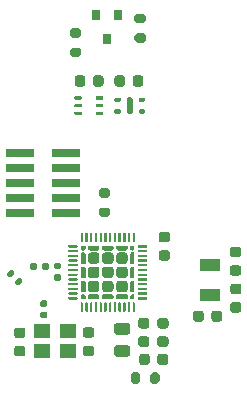
<source format=gtp>
G04 #@! TF.GenerationSoftware,KiCad,Pcbnew,5.1.10*
G04 #@! TF.CreationDate,2021-11-09T15:36:01+02:00*
G04 #@! TF.ProjectId,PlantBuddy,506c616e-7442-4756-9464-792e6b696361,rev?*
G04 #@! TF.SameCoordinates,Original*
G04 #@! TF.FileFunction,Paste,Top*
G04 #@! TF.FilePolarity,Positive*
%FSLAX46Y46*%
G04 Gerber Fmt 4.6, Leading zero omitted, Abs format (unit mm)*
G04 Created by KiCad (PCBNEW 5.1.10) date 2021-11-09 15:36:01*
%MOMM*%
%LPD*%
G01*
G04 APERTURE LIST*
%ADD10R,2.400000X0.740000*%
%ADD11R,0.800000X0.900000*%
%ADD12C,0.100000*%
%ADD13R,1.400000X1.200000*%
%ADD14R,1.800000X1.000000*%
G04 APERTURE END LIST*
G36*
G01*
X63200080Y-51052171D02*
X62650080Y-51052171D01*
G75*
G02*
X62450080Y-50852171I0J200000D01*
G01*
X62450080Y-50452171D01*
G75*
G02*
X62650080Y-50252171I200000J0D01*
G01*
X63200080Y-50252171D01*
G75*
G02*
X63400080Y-50452171I0J-200000D01*
G01*
X63400080Y-50852171D01*
G75*
G02*
X63200080Y-51052171I-200000J0D01*
G01*
G37*
G36*
G01*
X63200080Y-52702171D02*
X62650080Y-52702171D01*
G75*
G02*
X62450080Y-52502171I0J200000D01*
G01*
X62450080Y-52102171D01*
G75*
G02*
X62650080Y-51902171I200000J0D01*
G01*
X63200080Y-51902171D01*
G75*
G02*
X63400080Y-52102171I0J-200000D01*
G01*
X63400080Y-52502171D01*
G75*
G02*
X63200080Y-52702171I-200000J0D01*
G01*
G37*
G36*
G01*
X60402680Y-73857771D02*
X60062680Y-73857771D01*
G75*
G02*
X59922680Y-73717771I0J140000D01*
G01*
X59922680Y-73437771D01*
G75*
G02*
X60062680Y-73297771I140000J0D01*
G01*
X60402680Y-73297771D01*
G75*
G02*
X60542680Y-73437771I0J-140000D01*
G01*
X60542680Y-73717771D01*
G75*
G02*
X60402680Y-73857771I-140000J0D01*
G01*
G37*
G36*
G01*
X60402680Y-74817771D02*
X60062680Y-74817771D01*
G75*
G02*
X59922680Y-74677771I0J140000D01*
G01*
X59922680Y-74397771D01*
G75*
G02*
X60062680Y-74257771I140000J0D01*
G01*
X60402680Y-74257771D01*
G75*
G02*
X60542680Y-74397771I0J-140000D01*
G01*
X60542680Y-74677771D01*
G75*
G02*
X60402680Y-74817771I-140000J0D01*
G01*
G37*
G36*
G01*
X62843600Y-54976400D02*
X62843600Y-54476400D01*
G75*
G02*
X63068600Y-54251400I225000J0D01*
G01*
X63518600Y-54251400D01*
G75*
G02*
X63743600Y-54476400I0J-225000D01*
G01*
X63743600Y-54976400D01*
G75*
G02*
X63518600Y-55201400I-225000J0D01*
G01*
X63068600Y-55201400D01*
G75*
G02*
X62843600Y-54976400I0J225000D01*
G01*
G37*
G36*
G01*
X64393600Y-54976400D02*
X64393600Y-54476400D01*
G75*
G02*
X64618600Y-54251400I225000J0D01*
G01*
X65068600Y-54251400D01*
G75*
G02*
X65293600Y-54476400I0J-225000D01*
G01*
X65293600Y-54976400D01*
G75*
G02*
X65068600Y-55201400I-225000J0D01*
G01*
X64618600Y-55201400D01*
G75*
G02*
X64393600Y-54976400I0J225000D01*
G01*
G37*
G36*
G01*
X70754080Y-78049571D02*
X70754080Y-78549571D01*
G75*
G02*
X70529080Y-78774571I-225000J0D01*
G01*
X70079080Y-78774571D01*
G75*
G02*
X69854080Y-78549571I0J225000D01*
G01*
X69854080Y-78049571D01*
G75*
G02*
X70079080Y-77824571I225000J0D01*
G01*
X70529080Y-77824571D01*
G75*
G02*
X70754080Y-78049571I0J-225000D01*
G01*
G37*
G36*
G01*
X69204080Y-78049571D02*
X69204080Y-78549571D01*
G75*
G02*
X68979080Y-78774571I-225000J0D01*
G01*
X68529080Y-78774571D01*
G75*
G02*
X68304080Y-78549571I0J225000D01*
G01*
X68304080Y-78049571D01*
G75*
G02*
X68529080Y-77824571I225000J0D01*
G01*
X68979080Y-77824571D01*
G75*
G02*
X69204080Y-78049571I0J-225000D01*
G01*
G37*
G36*
G01*
X70066480Y-74788571D02*
X70566480Y-74788571D01*
G75*
G02*
X70791480Y-75013571I0J-225000D01*
G01*
X70791480Y-75463571D01*
G75*
G02*
X70566480Y-75688571I-225000J0D01*
G01*
X70066480Y-75688571D01*
G75*
G02*
X69841480Y-75463571I0J225000D01*
G01*
X69841480Y-75013571D01*
G75*
G02*
X70066480Y-74788571I225000J0D01*
G01*
G37*
G36*
G01*
X70066480Y-76338571D02*
X70566480Y-76338571D01*
G75*
G02*
X70791480Y-76563571I0J-225000D01*
G01*
X70791480Y-77013571D01*
G75*
G02*
X70566480Y-77238571I-225000J0D01*
G01*
X70066480Y-77238571D01*
G75*
G02*
X69841480Y-77013571I0J225000D01*
G01*
X69841480Y-76563571D01*
G75*
G02*
X70066480Y-76338571I225000J0D01*
G01*
G37*
G36*
G01*
X76238680Y-71892971D02*
X76738680Y-71892971D01*
G75*
G02*
X76963680Y-72117971I0J-225000D01*
G01*
X76963680Y-72567971D01*
G75*
G02*
X76738680Y-72792971I-225000J0D01*
G01*
X76238680Y-72792971D01*
G75*
G02*
X76013680Y-72567971I0J225000D01*
G01*
X76013680Y-72117971D01*
G75*
G02*
X76238680Y-71892971I225000J0D01*
G01*
G37*
G36*
G01*
X76238680Y-73442971D02*
X76738680Y-73442971D01*
G75*
G02*
X76963680Y-73667971I0J-225000D01*
G01*
X76963680Y-74117971D01*
G75*
G02*
X76738680Y-74342971I-225000J0D01*
G01*
X76238680Y-74342971D01*
G75*
G02*
X76013680Y-74117971I0J225000D01*
G01*
X76013680Y-73667971D01*
G75*
G02*
X76238680Y-73442971I225000J0D01*
G01*
G37*
G36*
G01*
X76713280Y-71218771D02*
X76213280Y-71218771D01*
G75*
G02*
X75988280Y-70993771I0J225000D01*
G01*
X75988280Y-70543771D01*
G75*
G02*
X76213280Y-70318771I225000J0D01*
G01*
X76713280Y-70318771D01*
G75*
G02*
X76938280Y-70543771I0J-225000D01*
G01*
X76938280Y-70993771D01*
G75*
G02*
X76713280Y-71218771I-225000J0D01*
G01*
G37*
G36*
G01*
X76713280Y-69668771D02*
X76213280Y-69668771D01*
G75*
G02*
X75988280Y-69443771I0J225000D01*
G01*
X75988280Y-68993771D01*
G75*
G02*
X76213280Y-68768771I225000J0D01*
G01*
X76713280Y-68768771D01*
G75*
G02*
X76938280Y-68993771I0J-225000D01*
G01*
X76938280Y-69443771D01*
G75*
G02*
X76713280Y-69668771I-225000J0D01*
G01*
G37*
G36*
G01*
X68440880Y-74788571D02*
X68940880Y-74788571D01*
G75*
G02*
X69165880Y-75013571I0J-225000D01*
G01*
X69165880Y-75463571D01*
G75*
G02*
X68940880Y-75688571I-225000J0D01*
G01*
X68440880Y-75688571D01*
G75*
G02*
X68215880Y-75463571I0J225000D01*
G01*
X68215880Y-75013571D01*
G75*
G02*
X68440880Y-74788571I225000J0D01*
G01*
G37*
G36*
G01*
X68440880Y-76338571D02*
X68940880Y-76338571D01*
G75*
G02*
X69165880Y-76563571I0J-225000D01*
G01*
X69165880Y-77013571D01*
G75*
G02*
X68940880Y-77238571I-225000J0D01*
G01*
X68440880Y-77238571D01*
G75*
G02*
X68215880Y-77013571I0J225000D01*
G01*
X68215880Y-76563571D01*
G75*
G02*
X68440880Y-76338571I225000J0D01*
G01*
G37*
G36*
G01*
X57950680Y-75601371D02*
X58450680Y-75601371D01*
G75*
G02*
X58675680Y-75826371I0J-225000D01*
G01*
X58675680Y-76276371D01*
G75*
G02*
X58450680Y-76501371I-225000J0D01*
G01*
X57950680Y-76501371D01*
G75*
G02*
X57725680Y-76276371I0J225000D01*
G01*
X57725680Y-75826371D01*
G75*
G02*
X57950680Y-75601371I225000J0D01*
G01*
G37*
G36*
G01*
X57950680Y-77151371D02*
X58450680Y-77151371D01*
G75*
G02*
X58675680Y-77376371I0J-225000D01*
G01*
X58675680Y-77826371D01*
G75*
G02*
X58450680Y-78051371I-225000J0D01*
G01*
X57950680Y-78051371D01*
G75*
G02*
X57725680Y-77826371I0J225000D01*
G01*
X57725680Y-77376371D01*
G75*
G02*
X57950680Y-77151371I225000J0D01*
G01*
G37*
G36*
G01*
X70193480Y-67498771D02*
X70693480Y-67498771D01*
G75*
G02*
X70918480Y-67723771I0J-225000D01*
G01*
X70918480Y-68173771D01*
G75*
G02*
X70693480Y-68398771I-225000J0D01*
G01*
X70193480Y-68398771D01*
G75*
G02*
X69968480Y-68173771I0J225000D01*
G01*
X69968480Y-67723771D01*
G75*
G02*
X70193480Y-67498771I225000J0D01*
G01*
G37*
G36*
G01*
X70193480Y-69048771D02*
X70693480Y-69048771D01*
G75*
G02*
X70918480Y-69273771I0J-225000D01*
G01*
X70918480Y-69723771D01*
G75*
G02*
X70693480Y-69948771I-225000J0D01*
G01*
X70193480Y-69948771D01*
G75*
G02*
X69968480Y-69723771I0J225000D01*
G01*
X69968480Y-69273771D01*
G75*
G02*
X70193480Y-69048771I225000J0D01*
G01*
G37*
G36*
G01*
X64267280Y-78025971D02*
X63767280Y-78025971D01*
G75*
G02*
X63542280Y-77800971I0J225000D01*
G01*
X63542280Y-77350971D01*
G75*
G02*
X63767280Y-77125971I225000J0D01*
G01*
X64267280Y-77125971D01*
G75*
G02*
X64492280Y-77350971I0J-225000D01*
G01*
X64492280Y-77800971D01*
G75*
G02*
X64267280Y-78025971I-225000J0D01*
G01*
G37*
G36*
G01*
X64267280Y-76475971D02*
X63767280Y-76475971D01*
G75*
G02*
X63542280Y-76250971I0J225000D01*
G01*
X63542280Y-75800971D01*
G75*
G02*
X63767280Y-75575971I225000J0D01*
G01*
X64267280Y-75575971D01*
G75*
G02*
X64492280Y-75800971I0J-225000D01*
G01*
X64492280Y-76250971D01*
G75*
G02*
X64267280Y-76475971I-225000J0D01*
G01*
G37*
G36*
G01*
X75326080Y-74391971D02*
X75326080Y-74891971D01*
G75*
G02*
X75101080Y-75116971I-225000J0D01*
G01*
X74651080Y-75116971D01*
G75*
G02*
X74426080Y-74891971I0J225000D01*
G01*
X74426080Y-74391971D01*
G75*
G02*
X74651080Y-74166971I225000J0D01*
G01*
X75101080Y-74166971D01*
G75*
G02*
X75326080Y-74391971I0J-225000D01*
G01*
G37*
G36*
G01*
X73776080Y-74391971D02*
X73776080Y-74891971D01*
G75*
G02*
X73551080Y-75116971I-225000J0D01*
G01*
X73101080Y-75116971D01*
G75*
G02*
X72876080Y-74891971I0J225000D01*
G01*
X72876080Y-74391971D01*
G75*
G02*
X73101080Y-74166971I225000J0D01*
G01*
X73551080Y-74166971D01*
G75*
G02*
X73776080Y-74391971I0J-225000D01*
G01*
G37*
G36*
G01*
X66209100Y-54978371D02*
X66209100Y-54478371D01*
G75*
G02*
X66434100Y-54253371I225000J0D01*
G01*
X66884100Y-54253371D01*
G75*
G02*
X67109100Y-54478371I0J-225000D01*
G01*
X67109100Y-54978371D01*
G75*
G02*
X66884100Y-55203371I-225000J0D01*
G01*
X66434100Y-55203371D01*
G75*
G02*
X66209100Y-54978371I0J225000D01*
G01*
G37*
G36*
G01*
X67759100Y-54978371D02*
X67759100Y-54478371D01*
G75*
G02*
X67984100Y-54253371I225000J0D01*
G01*
X68434100Y-54253371D01*
G75*
G02*
X68659100Y-54478371I0J-225000D01*
G01*
X68659100Y-54978371D01*
G75*
G02*
X68434100Y-55203371I-225000J0D01*
G01*
X67984100Y-55203371D01*
G75*
G02*
X67759100Y-54978371I0J225000D01*
G01*
G37*
G36*
G01*
X67592880Y-80149371D02*
X67592880Y-79599371D01*
G75*
G02*
X67792880Y-79399371I200000J0D01*
G01*
X68192880Y-79399371D01*
G75*
G02*
X68392880Y-79599371I0J-200000D01*
G01*
X68392880Y-80149371D01*
G75*
G02*
X68192880Y-80349371I-200000J0D01*
G01*
X67792880Y-80349371D01*
G75*
G02*
X67592880Y-80149371I0J200000D01*
G01*
G37*
G36*
G01*
X69242880Y-80149371D02*
X69242880Y-79599371D01*
G75*
G02*
X69442880Y-79399371I200000J0D01*
G01*
X69842880Y-79399371D01*
G75*
G02*
X70042880Y-79599371I0J-200000D01*
G01*
X70042880Y-80149371D01*
G75*
G02*
X69842880Y-80349371I-200000J0D01*
G01*
X69442880Y-80349371D01*
G75*
G02*
X69242880Y-80149371I0J200000D01*
G01*
G37*
G36*
G01*
X68111080Y-49032971D02*
X68661080Y-49032971D01*
G75*
G02*
X68861080Y-49232971I0J-200000D01*
G01*
X68861080Y-49632971D01*
G75*
G02*
X68661080Y-49832971I-200000J0D01*
G01*
X68111080Y-49832971D01*
G75*
G02*
X67911080Y-49632971I0J200000D01*
G01*
X67911080Y-49232971D01*
G75*
G02*
X68111080Y-49032971I200000J0D01*
G01*
G37*
G36*
G01*
X68111080Y-50682971D02*
X68661080Y-50682971D01*
G75*
G02*
X68861080Y-50882971I0J-200000D01*
G01*
X68861080Y-51282971D01*
G75*
G02*
X68661080Y-51482971I-200000J0D01*
G01*
X68111080Y-51482971D01*
G75*
G02*
X67911080Y-51282971I0J200000D01*
G01*
X67911080Y-50882971D01*
G75*
G02*
X68111080Y-50682971I200000J0D01*
G01*
G37*
G36*
G01*
X65088480Y-63790371D02*
X65638480Y-63790371D01*
G75*
G02*
X65838480Y-63990371I0J-200000D01*
G01*
X65838480Y-64390371D01*
G75*
G02*
X65638480Y-64590371I-200000J0D01*
G01*
X65088480Y-64590371D01*
G75*
G02*
X64888480Y-64390371I0J200000D01*
G01*
X64888480Y-63990371D01*
G75*
G02*
X65088480Y-63790371I200000J0D01*
G01*
G37*
G36*
G01*
X65088480Y-65440371D02*
X65638480Y-65440371D01*
G75*
G02*
X65838480Y-65640371I0J-200000D01*
G01*
X65838480Y-66040371D01*
G75*
G02*
X65638480Y-66240371I-200000J0D01*
G01*
X65088480Y-66240371D01*
G75*
G02*
X64888480Y-66040371I0J200000D01*
G01*
X64888480Y-65640371D01*
G75*
G02*
X65088480Y-65440371I200000J0D01*
G01*
G37*
D10*
X58222600Y-60807600D03*
X62122600Y-60807600D03*
X58222600Y-62077600D03*
X62122600Y-62077600D03*
X58222600Y-63347600D03*
X62122600Y-63347600D03*
X58222600Y-64617600D03*
X62122600Y-64617600D03*
X58222600Y-65887600D03*
X62122600Y-65887600D03*
D11*
X66542080Y-49130971D03*
X64642080Y-49130971D03*
X65592080Y-51130971D03*
G36*
G01*
X62818200Y-56234200D02*
X62818200Y-56084200D01*
G75*
G02*
X62893200Y-56009200I75000J0D01*
G01*
X63393200Y-56009200D01*
G75*
G02*
X63468200Y-56084200I0J-75000D01*
G01*
X63468200Y-56234200D01*
G75*
G02*
X63393200Y-56309200I-75000J0D01*
G01*
X62893200Y-56309200D01*
G75*
G02*
X62818200Y-56234200I0J75000D01*
G01*
G37*
G36*
G01*
X62818200Y-56884200D02*
X62818200Y-56734200D01*
G75*
G02*
X62893200Y-56659200I75000J0D01*
G01*
X63393200Y-56659200D01*
G75*
G02*
X63468200Y-56734200I0J-75000D01*
G01*
X63468200Y-56884200D01*
G75*
G02*
X63393200Y-56959200I-75000J0D01*
G01*
X62893200Y-56959200D01*
G75*
G02*
X62818200Y-56884200I0J75000D01*
G01*
G37*
G36*
G01*
X62818200Y-57534200D02*
X62818200Y-57384200D01*
G75*
G02*
X62893200Y-57309200I75000J0D01*
G01*
X63393200Y-57309200D01*
G75*
G02*
X63468200Y-57384200I0J-75000D01*
G01*
X63468200Y-57534200D01*
G75*
G02*
X63393200Y-57609200I-75000J0D01*
G01*
X62893200Y-57609200D01*
G75*
G02*
X62818200Y-57534200I0J75000D01*
G01*
G37*
G36*
G01*
X64618200Y-57534200D02*
X64618200Y-57384200D01*
G75*
G02*
X64693200Y-57309200I75000J0D01*
G01*
X65193200Y-57309200D01*
G75*
G02*
X65268200Y-57384200I0J-75000D01*
G01*
X65268200Y-57534200D01*
G75*
G02*
X65193200Y-57609200I-75000J0D01*
G01*
X64693200Y-57609200D01*
G75*
G02*
X64618200Y-57534200I0J75000D01*
G01*
G37*
G36*
G01*
X64618200Y-56884200D02*
X64618200Y-56734200D01*
G75*
G02*
X64693200Y-56659200I75000J0D01*
G01*
X65193200Y-56659200D01*
G75*
G02*
X65268200Y-56734200I0J-75000D01*
G01*
X65268200Y-56884200D01*
G75*
G02*
X65193200Y-56959200I-75000J0D01*
G01*
X64693200Y-56959200D01*
G75*
G02*
X64618200Y-56884200I0J75000D01*
G01*
G37*
G36*
G01*
X64618200Y-56234200D02*
X64618200Y-56084200D01*
G75*
G02*
X64693200Y-56009200I75000J0D01*
G01*
X65193200Y-56009200D01*
G75*
G02*
X65268200Y-56084200I0J-75000D01*
G01*
X65268200Y-56234200D01*
G75*
G02*
X65193200Y-56309200I-75000J0D01*
G01*
X64693200Y-56309200D01*
G75*
G02*
X64618200Y-56234200I0J75000D01*
G01*
G37*
G36*
G01*
X69000100Y-73075600D02*
X69000100Y-73175600D01*
G75*
G02*
X68950100Y-73225600I-50000J0D01*
G01*
X68250100Y-73225600D01*
G75*
G02*
X68200100Y-73175600I0J50000D01*
G01*
X68200100Y-73075600D01*
G75*
G02*
X68250100Y-73025600I50000J0D01*
G01*
X68950100Y-73025600D01*
G75*
G02*
X69000100Y-73075600I0J-50000D01*
G01*
G37*
G36*
G01*
X69000100Y-72675600D02*
X69000100Y-72775600D01*
G75*
G02*
X68950100Y-72825600I-50000J0D01*
G01*
X68250100Y-72825600D01*
G75*
G02*
X68200100Y-72775600I0J50000D01*
G01*
X68200100Y-72675600D01*
G75*
G02*
X68250100Y-72625600I50000J0D01*
G01*
X68950100Y-72625600D01*
G75*
G02*
X69000100Y-72675600I0J-50000D01*
G01*
G37*
G36*
G01*
X69000100Y-72275600D02*
X69000100Y-72375600D01*
G75*
G02*
X68950100Y-72425600I-50000J0D01*
G01*
X68250100Y-72425600D01*
G75*
G02*
X68200100Y-72375600I0J50000D01*
G01*
X68200100Y-72275600D01*
G75*
G02*
X68250100Y-72225600I50000J0D01*
G01*
X68950100Y-72225600D01*
G75*
G02*
X69000100Y-72275600I0J-50000D01*
G01*
G37*
G36*
G01*
X69000100Y-71875600D02*
X69000100Y-71975600D01*
G75*
G02*
X68950100Y-72025600I-50000J0D01*
G01*
X68250100Y-72025600D01*
G75*
G02*
X68200100Y-71975600I0J50000D01*
G01*
X68200100Y-71875600D01*
G75*
G02*
X68250100Y-71825600I50000J0D01*
G01*
X68950100Y-71825600D01*
G75*
G02*
X69000100Y-71875600I0J-50000D01*
G01*
G37*
G36*
G01*
X69000100Y-71475600D02*
X69000100Y-71575600D01*
G75*
G02*
X68950100Y-71625600I-50000J0D01*
G01*
X68250100Y-71625600D01*
G75*
G02*
X68200100Y-71575600I0J50000D01*
G01*
X68200100Y-71475600D01*
G75*
G02*
X68250100Y-71425600I50000J0D01*
G01*
X68950100Y-71425600D01*
G75*
G02*
X69000100Y-71475600I0J-50000D01*
G01*
G37*
G36*
G01*
X69000100Y-71075600D02*
X69000100Y-71175600D01*
G75*
G02*
X68950100Y-71225600I-50000J0D01*
G01*
X68250100Y-71225600D01*
G75*
G02*
X68200100Y-71175600I0J50000D01*
G01*
X68200100Y-71075600D01*
G75*
G02*
X68250100Y-71025600I50000J0D01*
G01*
X68950100Y-71025600D01*
G75*
G02*
X69000100Y-71075600I0J-50000D01*
G01*
G37*
G36*
G01*
X69000100Y-70675600D02*
X69000100Y-70775600D01*
G75*
G02*
X68950100Y-70825600I-50000J0D01*
G01*
X68250100Y-70825600D01*
G75*
G02*
X68200100Y-70775600I0J50000D01*
G01*
X68200100Y-70675600D01*
G75*
G02*
X68250100Y-70625600I50000J0D01*
G01*
X68950100Y-70625600D01*
G75*
G02*
X69000100Y-70675600I0J-50000D01*
G01*
G37*
G36*
G01*
X69000100Y-70275600D02*
X69000100Y-70375600D01*
G75*
G02*
X68950100Y-70425600I-50000J0D01*
G01*
X68250100Y-70425600D01*
G75*
G02*
X68200100Y-70375600I0J50000D01*
G01*
X68200100Y-70275600D01*
G75*
G02*
X68250100Y-70225600I50000J0D01*
G01*
X68950100Y-70225600D01*
G75*
G02*
X69000100Y-70275600I0J-50000D01*
G01*
G37*
G36*
G01*
X69000100Y-69875600D02*
X69000100Y-69975600D01*
G75*
G02*
X68950100Y-70025600I-50000J0D01*
G01*
X68250100Y-70025600D01*
G75*
G02*
X68200100Y-69975600I0J50000D01*
G01*
X68200100Y-69875600D01*
G75*
G02*
X68250100Y-69825600I50000J0D01*
G01*
X68950100Y-69825600D01*
G75*
G02*
X69000100Y-69875600I0J-50000D01*
G01*
G37*
G36*
G01*
X69000100Y-69475600D02*
X69000100Y-69575600D01*
G75*
G02*
X68950100Y-69625600I-50000J0D01*
G01*
X68250100Y-69625600D01*
G75*
G02*
X68200100Y-69575600I0J50000D01*
G01*
X68200100Y-69475600D01*
G75*
G02*
X68250100Y-69425600I50000J0D01*
G01*
X68950100Y-69425600D01*
G75*
G02*
X69000100Y-69475600I0J-50000D01*
G01*
G37*
G36*
G01*
X69000100Y-69075600D02*
X69000100Y-69175600D01*
G75*
G02*
X68950100Y-69225600I-50000J0D01*
G01*
X68250100Y-69225600D01*
G75*
G02*
X68200100Y-69175600I0J50000D01*
G01*
X68200100Y-69075600D01*
G75*
G02*
X68250100Y-69025600I50000J0D01*
G01*
X68950100Y-69025600D01*
G75*
G02*
X69000100Y-69075600I0J-50000D01*
G01*
G37*
G36*
G01*
X69000100Y-68675600D02*
X69000100Y-68775600D01*
G75*
G02*
X68950100Y-68825600I-50000J0D01*
G01*
X68250100Y-68825600D01*
G75*
G02*
X68200100Y-68775600I0J50000D01*
G01*
X68200100Y-68675600D01*
G75*
G02*
X68250100Y-68625600I50000J0D01*
G01*
X68950100Y-68625600D01*
G75*
G02*
X69000100Y-68675600I0J-50000D01*
G01*
G37*
G36*
G01*
X67950100Y-67625600D02*
X67950100Y-68325600D01*
G75*
G02*
X67900100Y-68375600I-50000J0D01*
G01*
X67800100Y-68375600D01*
G75*
G02*
X67750100Y-68325600I0J50000D01*
G01*
X67750100Y-67625600D01*
G75*
G02*
X67800100Y-67575600I50000J0D01*
G01*
X67900100Y-67575600D01*
G75*
G02*
X67950100Y-67625600I0J-50000D01*
G01*
G37*
G36*
G01*
X67550100Y-67625600D02*
X67550100Y-68325600D01*
G75*
G02*
X67500100Y-68375600I-50000J0D01*
G01*
X67400100Y-68375600D01*
G75*
G02*
X67350100Y-68325600I0J50000D01*
G01*
X67350100Y-67625600D01*
G75*
G02*
X67400100Y-67575600I50000J0D01*
G01*
X67500100Y-67575600D01*
G75*
G02*
X67550100Y-67625600I0J-50000D01*
G01*
G37*
G36*
G01*
X67150100Y-67625600D02*
X67150100Y-68325600D01*
G75*
G02*
X67100100Y-68375600I-50000J0D01*
G01*
X67000100Y-68375600D01*
G75*
G02*
X66950100Y-68325600I0J50000D01*
G01*
X66950100Y-67625600D01*
G75*
G02*
X67000100Y-67575600I50000J0D01*
G01*
X67100100Y-67575600D01*
G75*
G02*
X67150100Y-67625600I0J-50000D01*
G01*
G37*
G36*
G01*
X66750100Y-67625600D02*
X66750100Y-68325600D01*
G75*
G02*
X66700100Y-68375600I-50000J0D01*
G01*
X66600100Y-68375600D01*
G75*
G02*
X66550100Y-68325600I0J50000D01*
G01*
X66550100Y-67625600D01*
G75*
G02*
X66600100Y-67575600I50000J0D01*
G01*
X66700100Y-67575600D01*
G75*
G02*
X66750100Y-67625600I0J-50000D01*
G01*
G37*
G36*
G01*
X66350100Y-67625600D02*
X66350100Y-68325600D01*
G75*
G02*
X66300100Y-68375600I-50000J0D01*
G01*
X66200100Y-68375600D01*
G75*
G02*
X66150100Y-68325600I0J50000D01*
G01*
X66150100Y-67625600D01*
G75*
G02*
X66200100Y-67575600I50000J0D01*
G01*
X66300100Y-67575600D01*
G75*
G02*
X66350100Y-67625600I0J-50000D01*
G01*
G37*
G36*
G01*
X65950100Y-67625600D02*
X65950100Y-68325600D01*
G75*
G02*
X65900100Y-68375600I-50000J0D01*
G01*
X65800100Y-68375600D01*
G75*
G02*
X65750100Y-68325600I0J50000D01*
G01*
X65750100Y-67625600D01*
G75*
G02*
X65800100Y-67575600I50000J0D01*
G01*
X65900100Y-67575600D01*
G75*
G02*
X65950100Y-67625600I0J-50000D01*
G01*
G37*
G36*
G01*
X65550100Y-67625600D02*
X65550100Y-68325600D01*
G75*
G02*
X65500100Y-68375600I-50000J0D01*
G01*
X65400100Y-68375600D01*
G75*
G02*
X65350100Y-68325600I0J50000D01*
G01*
X65350100Y-67625600D01*
G75*
G02*
X65400100Y-67575600I50000J0D01*
G01*
X65500100Y-67575600D01*
G75*
G02*
X65550100Y-67625600I0J-50000D01*
G01*
G37*
G36*
G01*
X65150100Y-67625600D02*
X65150100Y-68325600D01*
G75*
G02*
X65100100Y-68375600I-50000J0D01*
G01*
X65000100Y-68375600D01*
G75*
G02*
X64950100Y-68325600I0J50000D01*
G01*
X64950100Y-67625600D01*
G75*
G02*
X65000100Y-67575600I50000J0D01*
G01*
X65100100Y-67575600D01*
G75*
G02*
X65150100Y-67625600I0J-50000D01*
G01*
G37*
G36*
G01*
X64750100Y-67625600D02*
X64750100Y-68325600D01*
G75*
G02*
X64700100Y-68375600I-50000J0D01*
G01*
X64600100Y-68375600D01*
G75*
G02*
X64550100Y-68325600I0J50000D01*
G01*
X64550100Y-67625600D01*
G75*
G02*
X64600100Y-67575600I50000J0D01*
G01*
X64700100Y-67575600D01*
G75*
G02*
X64750100Y-67625600I0J-50000D01*
G01*
G37*
G36*
G01*
X64350100Y-67625600D02*
X64350100Y-68325600D01*
G75*
G02*
X64300100Y-68375600I-50000J0D01*
G01*
X64200100Y-68375600D01*
G75*
G02*
X64150100Y-68325600I0J50000D01*
G01*
X64150100Y-67625600D01*
G75*
G02*
X64200100Y-67575600I50000J0D01*
G01*
X64300100Y-67575600D01*
G75*
G02*
X64350100Y-67625600I0J-50000D01*
G01*
G37*
G36*
G01*
X63950100Y-67625600D02*
X63950100Y-68325600D01*
G75*
G02*
X63900100Y-68375600I-50000J0D01*
G01*
X63800100Y-68375600D01*
G75*
G02*
X63750100Y-68325600I0J50000D01*
G01*
X63750100Y-67625600D01*
G75*
G02*
X63800100Y-67575600I50000J0D01*
G01*
X63900100Y-67575600D01*
G75*
G02*
X63950100Y-67625600I0J-50000D01*
G01*
G37*
G36*
G01*
X63550100Y-67625600D02*
X63550100Y-68325600D01*
G75*
G02*
X63500100Y-68375600I-50000J0D01*
G01*
X63400100Y-68375600D01*
G75*
G02*
X63350100Y-68325600I0J50000D01*
G01*
X63350100Y-67625600D01*
G75*
G02*
X63400100Y-67575600I50000J0D01*
G01*
X63500100Y-67575600D01*
G75*
G02*
X63550100Y-67625600I0J-50000D01*
G01*
G37*
G36*
G01*
X63100100Y-68675600D02*
X63100100Y-68775600D01*
G75*
G02*
X63050100Y-68825600I-50000J0D01*
G01*
X62350100Y-68825600D01*
G75*
G02*
X62300100Y-68775600I0J50000D01*
G01*
X62300100Y-68675600D01*
G75*
G02*
X62350100Y-68625600I50000J0D01*
G01*
X63050100Y-68625600D01*
G75*
G02*
X63100100Y-68675600I0J-50000D01*
G01*
G37*
G36*
G01*
X63100100Y-69075600D02*
X63100100Y-69175600D01*
G75*
G02*
X63050100Y-69225600I-50000J0D01*
G01*
X62350100Y-69225600D01*
G75*
G02*
X62300100Y-69175600I0J50000D01*
G01*
X62300100Y-69075600D01*
G75*
G02*
X62350100Y-69025600I50000J0D01*
G01*
X63050100Y-69025600D01*
G75*
G02*
X63100100Y-69075600I0J-50000D01*
G01*
G37*
G36*
G01*
X63100100Y-69475600D02*
X63100100Y-69575600D01*
G75*
G02*
X63050100Y-69625600I-50000J0D01*
G01*
X62350100Y-69625600D01*
G75*
G02*
X62300100Y-69575600I0J50000D01*
G01*
X62300100Y-69475600D01*
G75*
G02*
X62350100Y-69425600I50000J0D01*
G01*
X63050100Y-69425600D01*
G75*
G02*
X63100100Y-69475600I0J-50000D01*
G01*
G37*
G36*
G01*
X63100100Y-69875600D02*
X63100100Y-69975600D01*
G75*
G02*
X63050100Y-70025600I-50000J0D01*
G01*
X62350100Y-70025600D01*
G75*
G02*
X62300100Y-69975600I0J50000D01*
G01*
X62300100Y-69875600D01*
G75*
G02*
X62350100Y-69825600I50000J0D01*
G01*
X63050100Y-69825600D01*
G75*
G02*
X63100100Y-69875600I0J-50000D01*
G01*
G37*
G36*
G01*
X63100100Y-70275600D02*
X63100100Y-70375600D01*
G75*
G02*
X63050100Y-70425600I-50000J0D01*
G01*
X62350100Y-70425600D01*
G75*
G02*
X62300100Y-70375600I0J50000D01*
G01*
X62300100Y-70275600D01*
G75*
G02*
X62350100Y-70225600I50000J0D01*
G01*
X63050100Y-70225600D01*
G75*
G02*
X63100100Y-70275600I0J-50000D01*
G01*
G37*
G36*
G01*
X63100100Y-70675600D02*
X63100100Y-70775600D01*
G75*
G02*
X63050100Y-70825600I-50000J0D01*
G01*
X62350100Y-70825600D01*
G75*
G02*
X62300100Y-70775600I0J50000D01*
G01*
X62300100Y-70675600D01*
G75*
G02*
X62350100Y-70625600I50000J0D01*
G01*
X63050100Y-70625600D01*
G75*
G02*
X63100100Y-70675600I0J-50000D01*
G01*
G37*
G36*
G01*
X63100100Y-71075600D02*
X63100100Y-71175600D01*
G75*
G02*
X63050100Y-71225600I-50000J0D01*
G01*
X62350100Y-71225600D01*
G75*
G02*
X62300100Y-71175600I0J50000D01*
G01*
X62300100Y-71075600D01*
G75*
G02*
X62350100Y-71025600I50000J0D01*
G01*
X63050100Y-71025600D01*
G75*
G02*
X63100100Y-71075600I0J-50000D01*
G01*
G37*
G36*
G01*
X63100100Y-71475600D02*
X63100100Y-71575600D01*
G75*
G02*
X63050100Y-71625600I-50000J0D01*
G01*
X62350100Y-71625600D01*
G75*
G02*
X62300100Y-71575600I0J50000D01*
G01*
X62300100Y-71475600D01*
G75*
G02*
X62350100Y-71425600I50000J0D01*
G01*
X63050100Y-71425600D01*
G75*
G02*
X63100100Y-71475600I0J-50000D01*
G01*
G37*
G36*
G01*
X63100100Y-71875600D02*
X63100100Y-71975600D01*
G75*
G02*
X63050100Y-72025600I-50000J0D01*
G01*
X62350100Y-72025600D01*
G75*
G02*
X62300100Y-71975600I0J50000D01*
G01*
X62300100Y-71875600D01*
G75*
G02*
X62350100Y-71825600I50000J0D01*
G01*
X63050100Y-71825600D01*
G75*
G02*
X63100100Y-71875600I0J-50000D01*
G01*
G37*
G36*
G01*
X63100100Y-72275600D02*
X63100100Y-72375600D01*
G75*
G02*
X63050100Y-72425600I-50000J0D01*
G01*
X62350100Y-72425600D01*
G75*
G02*
X62300100Y-72375600I0J50000D01*
G01*
X62300100Y-72275600D01*
G75*
G02*
X62350100Y-72225600I50000J0D01*
G01*
X63050100Y-72225600D01*
G75*
G02*
X63100100Y-72275600I0J-50000D01*
G01*
G37*
G36*
G01*
X63100100Y-72675600D02*
X63100100Y-72775600D01*
G75*
G02*
X63050100Y-72825600I-50000J0D01*
G01*
X62350100Y-72825600D01*
G75*
G02*
X62300100Y-72775600I0J50000D01*
G01*
X62300100Y-72675600D01*
G75*
G02*
X62350100Y-72625600I50000J0D01*
G01*
X63050100Y-72625600D01*
G75*
G02*
X63100100Y-72675600I0J-50000D01*
G01*
G37*
G36*
G01*
X63100100Y-73075600D02*
X63100100Y-73175600D01*
G75*
G02*
X63050100Y-73225600I-50000J0D01*
G01*
X62350100Y-73225600D01*
G75*
G02*
X62300100Y-73175600I0J50000D01*
G01*
X62300100Y-73075600D01*
G75*
G02*
X62350100Y-73025600I50000J0D01*
G01*
X63050100Y-73025600D01*
G75*
G02*
X63100100Y-73075600I0J-50000D01*
G01*
G37*
G36*
G01*
X63550100Y-73525600D02*
X63550100Y-74225600D01*
G75*
G02*
X63500100Y-74275600I-50000J0D01*
G01*
X63400100Y-74275600D01*
G75*
G02*
X63350100Y-74225600I0J50000D01*
G01*
X63350100Y-73525600D01*
G75*
G02*
X63400100Y-73475600I50000J0D01*
G01*
X63500100Y-73475600D01*
G75*
G02*
X63550100Y-73525600I0J-50000D01*
G01*
G37*
G36*
G01*
X63950100Y-73525600D02*
X63950100Y-74225600D01*
G75*
G02*
X63900100Y-74275600I-50000J0D01*
G01*
X63800100Y-74275600D01*
G75*
G02*
X63750100Y-74225600I0J50000D01*
G01*
X63750100Y-73525600D01*
G75*
G02*
X63800100Y-73475600I50000J0D01*
G01*
X63900100Y-73475600D01*
G75*
G02*
X63950100Y-73525600I0J-50000D01*
G01*
G37*
G36*
G01*
X64350100Y-73525600D02*
X64350100Y-74225600D01*
G75*
G02*
X64300100Y-74275600I-50000J0D01*
G01*
X64200100Y-74275600D01*
G75*
G02*
X64150100Y-74225600I0J50000D01*
G01*
X64150100Y-73525600D01*
G75*
G02*
X64200100Y-73475600I50000J0D01*
G01*
X64300100Y-73475600D01*
G75*
G02*
X64350100Y-73525600I0J-50000D01*
G01*
G37*
G36*
G01*
X64750100Y-73525600D02*
X64750100Y-74225600D01*
G75*
G02*
X64700100Y-74275600I-50000J0D01*
G01*
X64600100Y-74275600D01*
G75*
G02*
X64550100Y-74225600I0J50000D01*
G01*
X64550100Y-73525600D01*
G75*
G02*
X64600100Y-73475600I50000J0D01*
G01*
X64700100Y-73475600D01*
G75*
G02*
X64750100Y-73525600I0J-50000D01*
G01*
G37*
G36*
G01*
X65150100Y-73525600D02*
X65150100Y-74225600D01*
G75*
G02*
X65100100Y-74275600I-50000J0D01*
G01*
X65000100Y-74275600D01*
G75*
G02*
X64950100Y-74225600I0J50000D01*
G01*
X64950100Y-73525600D01*
G75*
G02*
X65000100Y-73475600I50000J0D01*
G01*
X65100100Y-73475600D01*
G75*
G02*
X65150100Y-73525600I0J-50000D01*
G01*
G37*
G36*
G01*
X65550100Y-73525600D02*
X65550100Y-74225600D01*
G75*
G02*
X65500100Y-74275600I-50000J0D01*
G01*
X65400100Y-74275600D01*
G75*
G02*
X65350100Y-74225600I0J50000D01*
G01*
X65350100Y-73525600D01*
G75*
G02*
X65400100Y-73475600I50000J0D01*
G01*
X65500100Y-73475600D01*
G75*
G02*
X65550100Y-73525600I0J-50000D01*
G01*
G37*
G36*
G01*
X65950100Y-73525600D02*
X65950100Y-74225600D01*
G75*
G02*
X65900100Y-74275600I-50000J0D01*
G01*
X65800100Y-74275600D01*
G75*
G02*
X65750100Y-74225600I0J50000D01*
G01*
X65750100Y-73525600D01*
G75*
G02*
X65800100Y-73475600I50000J0D01*
G01*
X65900100Y-73475600D01*
G75*
G02*
X65950100Y-73525600I0J-50000D01*
G01*
G37*
G36*
G01*
X66350100Y-73525600D02*
X66350100Y-74225600D01*
G75*
G02*
X66300100Y-74275600I-50000J0D01*
G01*
X66200100Y-74275600D01*
G75*
G02*
X66150100Y-74225600I0J50000D01*
G01*
X66150100Y-73525600D01*
G75*
G02*
X66200100Y-73475600I50000J0D01*
G01*
X66300100Y-73475600D01*
G75*
G02*
X66350100Y-73525600I0J-50000D01*
G01*
G37*
G36*
G01*
X66750100Y-73525600D02*
X66750100Y-74225600D01*
G75*
G02*
X66700100Y-74275600I-50000J0D01*
G01*
X66600100Y-74275600D01*
G75*
G02*
X66550100Y-74225600I0J50000D01*
G01*
X66550100Y-73525600D01*
G75*
G02*
X66600100Y-73475600I50000J0D01*
G01*
X66700100Y-73475600D01*
G75*
G02*
X66750100Y-73525600I0J-50000D01*
G01*
G37*
G36*
G01*
X67150100Y-73525600D02*
X67150100Y-74225600D01*
G75*
G02*
X67100100Y-74275600I-50000J0D01*
G01*
X67000100Y-74275600D01*
G75*
G02*
X66950100Y-74225600I0J50000D01*
G01*
X66950100Y-73525600D01*
G75*
G02*
X67000100Y-73475600I50000J0D01*
G01*
X67100100Y-73475600D01*
G75*
G02*
X67150100Y-73525600I0J-50000D01*
G01*
G37*
G36*
G01*
X67550100Y-73525600D02*
X67550100Y-74225600D01*
G75*
G02*
X67500100Y-74275600I-50000J0D01*
G01*
X67400100Y-74275600D01*
G75*
G02*
X67350100Y-74225600I0J50000D01*
G01*
X67350100Y-73525600D01*
G75*
G02*
X67400100Y-73475600I50000J0D01*
G01*
X67500100Y-73475600D01*
G75*
G02*
X67550100Y-73525600I0J-50000D01*
G01*
G37*
G36*
G01*
X67950100Y-73525600D02*
X67950100Y-74225600D01*
G75*
G02*
X67900100Y-74275600I-50000J0D01*
G01*
X67800100Y-74275600D01*
G75*
G02*
X67750100Y-74225600I0J50000D01*
G01*
X67750100Y-73525600D01*
G75*
G02*
X67800100Y-73475600I50000J0D01*
G01*
X67900100Y-73475600D01*
G75*
G02*
X67950100Y-73525600I0J-50000D01*
G01*
G37*
G36*
G01*
X67333835Y-71883732D02*
X67333835Y-72367468D01*
G75*
G02*
X67091968Y-72609335I-241867J0D01*
G01*
X66608232Y-72609335D01*
G75*
G02*
X66366365Y-72367468I0J241867D01*
G01*
X66366365Y-71883732D01*
G75*
G02*
X66608232Y-71641865I241867J0D01*
G01*
X67091968Y-71641865D01*
G75*
G02*
X67333835Y-71883732I0J-241867D01*
G01*
G37*
G36*
G01*
X67333835Y-70683732D02*
X67333835Y-71167468D01*
G75*
G02*
X67091968Y-71409335I-241867J0D01*
G01*
X66608232Y-71409335D01*
G75*
G02*
X66366365Y-71167468I0J241867D01*
G01*
X66366365Y-70683732D01*
G75*
G02*
X66608232Y-70441865I241867J0D01*
G01*
X67091968Y-70441865D01*
G75*
G02*
X67333835Y-70683732I0J-241867D01*
G01*
G37*
G36*
G01*
X67333835Y-69483732D02*
X67333835Y-69967468D01*
G75*
G02*
X67091968Y-70209335I-241867J0D01*
G01*
X66608232Y-70209335D01*
G75*
G02*
X66366365Y-69967468I0J241867D01*
G01*
X66366365Y-69483732D01*
G75*
G02*
X66608232Y-69241865I241867J0D01*
G01*
X67091968Y-69241865D01*
G75*
G02*
X67333835Y-69483732I0J-241867D01*
G01*
G37*
G36*
G01*
X66133835Y-71883732D02*
X66133835Y-72367468D01*
G75*
G02*
X65891968Y-72609335I-241867J0D01*
G01*
X65408232Y-72609335D01*
G75*
G02*
X65166365Y-72367468I0J241867D01*
G01*
X65166365Y-71883732D01*
G75*
G02*
X65408232Y-71641865I241867J0D01*
G01*
X65891968Y-71641865D01*
G75*
G02*
X66133835Y-71883732I0J-241867D01*
G01*
G37*
G36*
G01*
X66133835Y-70683732D02*
X66133835Y-71167468D01*
G75*
G02*
X65891968Y-71409335I-241867J0D01*
G01*
X65408232Y-71409335D01*
G75*
G02*
X65166365Y-71167468I0J241867D01*
G01*
X65166365Y-70683732D01*
G75*
G02*
X65408232Y-70441865I241867J0D01*
G01*
X65891968Y-70441865D01*
G75*
G02*
X66133835Y-70683732I0J-241867D01*
G01*
G37*
G36*
G01*
X66133835Y-69483732D02*
X66133835Y-69967468D01*
G75*
G02*
X65891968Y-70209335I-241867J0D01*
G01*
X65408232Y-70209335D01*
G75*
G02*
X65166365Y-69967468I0J241867D01*
G01*
X65166365Y-69483732D01*
G75*
G02*
X65408232Y-69241865I241867J0D01*
G01*
X65891968Y-69241865D01*
G75*
G02*
X66133835Y-69483732I0J-241867D01*
G01*
G37*
G36*
G01*
X64933835Y-71883732D02*
X64933835Y-72367468D01*
G75*
G02*
X64691968Y-72609335I-241867J0D01*
G01*
X64208232Y-72609335D01*
G75*
G02*
X63966365Y-72367468I0J241867D01*
G01*
X63966365Y-71883732D01*
G75*
G02*
X64208232Y-71641865I241867J0D01*
G01*
X64691968Y-71641865D01*
G75*
G02*
X64933835Y-71883732I0J-241867D01*
G01*
G37*
G36*
G01*
X64933835Y-70683732D02*
X64933835Y-71167468D01*
G75*
G02*
X64691968Y-71409335I-241867J0D01*
G01*
X64208232Y-71409335D01*
G75*
G02*
X63966365Y-71167468I0J241867D01*
G01*
X63966365Y-70683732D01*
G75*
G02*
X64208232Y-70441865I241867J0D01*
G01*
X64691968Y-70441865D01*
G75*
G02*
X64933835Y-70683732I0J-241867D01*
G01*
G37*
G36*
G01*
X64933835Y-69483732D02*
X64933835Y-69967468D01*
G75*
G02*
X64691968Y-70209335I-241867J0D01*
G01*
X64208232Y-70209335D01*
G75*
G02*
X63966365Y-69967468I0J241867D01*
G01*
X63966365Y-69483732D01*
G75*
G02*
X64208232Y-69241865I241867J0D01*
G01*
X64691968Y-69241865D01*
G75*
G02*
X64933835Y-69483732I0J-241867D01*
G01*
G37*
D12*
G36*
X67634982Y-72607731D02*
G01*
X67619312Y-72602977D01*
X67604870Y-72595258D01*
X67592212Y-72584869D01*
X67523010Y-72515667D01*
X67512621Y-72503009D01*
X67504902Y-72488567D01*
X67500148Y-72472897D01*
X67498543Y-72456600D01*
X67498543Y-71794600D01*
X67500148Y-71778303D01*
X67504902Y-71762633D01*
X67512621Y-71748191D01*
X67523010Y-71735533D01*
X67592212Y-71666331D01*
X67604870Y-71655942D01*
X67619312Y-71648223D01*
X67634982Y-71643469D01*
X67651279Y-71641864D01*
X67818123Y-71641864D01*
X67834420Y-71643469D01*
X67850090Y-71648223D01*
X67864532Y-71655942D01*
X67877190Y-71666331D01*
X67887579Y-71678989D01*
X67895298Y-71693431D01*
X67900052Y-71709101D01*
X67901657Y-71725398D01*
X67901657Y-72525802D01*
X67900052Y-72542099D01*
X67895298Y-72557769D01*
X67887579Y-72572211D01*
X67877190Y-72584869D01*
X67864532Y-72595258D01*
X67850090Y-72602977D01*
X67834420Y-72607731D01*
X67818123Y-72609336D01*
X67651279Y-72609336D01*
X67634982Y-72607731D01*
G37*
G36*
X67634982Y-71407731D02*
G01*
X67619312Y-71402977D01*
X67604870Y-71395258D01*
X67592212Y-71384869D01*
X67523010Y-71315667D01*
X67512621Y-71303009D01*
X67504902Y-71288567D01*
X67500148Y-71272897D01*
X67498543Y-71256600D01*
X67498543Y-70594600D01*
X67500148Y-70578303D01*
X67504902Y-70562633D01*
X67512621Y-70548191D01*
X67523010Y-70535533D01*
X67592212Y-70466331D01*
X67604870Y-70455942D01*
X67619312Y-70448223D01*
X67634982Y-70443469D01*
X67651279Y-70441864D01*
X67818123Y-70441864D01*
X67834420Y-70443469D01*
X67850090Y-70448223D01*
X67864532Y-70455942D01*
X67877190Y-70466331D01*
X67887579Y-70478989D01*
X67895298Y-70493431D01*
X67900052Y-70509101D01*
X67901657Y-70525398D01*
X67901657Y-71325802D01*
X67900052Y-71342099D01*
X67895298Y-71357769D01*
X67887579Y-71372211D01*
X67877190Y-71384869D01*
X67864532Y-71395258D01*
X67850090Y-71402977D01*
X67834420Y-71407731D01*
X67818123Y-71409336D01*
X67651279Y-71409336D01*
X67634982Y-71407731D01*
G37*
G36*
X67634982Y-70207731D02*
G01*
X67619312Y-70202977D01*
X67604870Y-70195258D01*
X67592212Y-70184869D01*
X67523010Y-70115667D01*
X67512621Y-70103009D01*
X67504902Y-70088567D01*
X67500148Y-70072897D01*
X67498543Y-70056600D01*
X67498543Y-69394600D01*
X67500148Y-69378303D01*
X67504902Y-69362633D01*
X67512621Y-69348191D01*
X67523010Y-69335533D01*
X67592212Y-69266331D01*
X67604870Y-69255942D01*
X67619312Y-69248223D01*
X67634982Y-69243469D01*
X67651279Y-69241864D01*
X67818123Y-69241864D01*
X67834420Y-69243469D01*
X67850090Y-69248223D01*
X67864532Y-69255942D01*
X67877190Y-69266331D01*
X67887579Y-69278989D01*
X67895298Y-69293431D01*
X67900052Y-69309101D01*
X67901657Y-69325398D01*
X67901657Y-70125802D01*
X67900052Y-70142099D01*
X67895298Y-70157769D01*
X67887579Y-70172211D01*
X67877190Y-70184869D01*
X67864532Y-70195258D01*
X67850090Y-70202977D01*
X67834420Y-70207731D01*
X67818123Y-70209336D01*
X67651279Y-70209336D01*
X67634982Y-70207731D01*
G37*
G36*
X63465780Y-72607731D02*
G01*
X63450110Y-72602977D01*
X63435668Y-72595258D01*
X63423010Y-72584869D01*
X63412621Y-72572211D01*
X63404902Y-72557769D01*
X63400148Y-72542099D01*
X63398543Y-72525802D01*
X63398543Y-71725398D01*
X63400148Y-71709101D01*
X63404902Y-71693431D01*
X63412621Y-71678989D01*
X63423010Y-71666331D01*
X63435668Y-71655942D01*
X63450110Y-71648223D01*
X63465780Y-71643469D01*
X63482077Y-71641864D01*
X63648921Y-71641864D01*
X63665218Y-71643469D01*
X63680888Y-71648223D01*
X63695330Y-71655942D01*
X63707988Y-71666331D01*
X63777190Y-71735533D01*
X63787579Y-71748191D01*
X63795298Y-71762633D01*
X63800052Y-71778303D01*
X63801657Y-71794600D01*
X63801657Y-72456600D01*
X63800052Y-72472897D01*
X63795298Y-72488567D01*
X63787579Y-72503009D01*
X63777190Y-72515667D01*
X63707988Y-72584869D01*
X63695330Y-72595258D01*
X63680888Y-72602977D01*
X63665218Y-72607731D01*
X63648921Y-72609336D01*
X63482077Y-72609336D01*
X63465780Y-72607731D01*
G37*
G36*
X63465780Y-71407731D02*
G01*
X63450110Y-71402977D01*
X63435668Y-71395258D01*
X63423010Y-71384869D01*
X63412621Y-71372211D01*
X63404902Y-71357769D01*
X63400148Y-71342099D01*
X63398543Y-71325802D01*
X63398543Y-70525398D01*
X63400148Y-70509101D01*
X63404902Y-70493431D01*
X63412621Y-70478989D01*
X63423010Y-70466331D01*
X63435668Y-70455942D01*
X63450110Y-70448223D01*
X63465780Y-70443469D01*
X63482077Y-70441864D01*
X63648921Y-70441864D01*
X63665218Y-70443469D01*
X63680888Y-70448223D01*
X63695330Y-70455942D01*
X63707988Y-70466331D01*
X63777190Y-70535533D01*
X63787579Y-70548191D01*
X63795298Y-70562633D01*
X63800052Y-70578303D01*
X63801657Y-70594600D01*
X63801657Y-71256600D01*
X63800052Y-71272897D01*
X63795298Y-71288567D01*
X63787579Y-71303009D01*
X63777190Y-71315667D01*
X63707988Y-71384869D01*
X63695330Y-71395258D01*
X63680888Y-71402977D01*
X63665218Y-71407731D01*
X63648921Y-71409336D01*
X63482077Y-71409336D01*
X63465780Y-71407731D01*
G37*
G36*
X63465780Y-70207731D02*
G01*
X63450110Y-70202977D01*
X63435668Y-70195258D01*
X63423010Y-70184869D01*
X63412621Y-70172211D01*
X63404902Y-70157769D01*
X63400148Y-70142099D01*
X63398543Y-70125802D01*
X63398543Y-69325398D01*
X63400148Y-69309101D01*
X63404902Y-69293431D01*
X63412621Y-69278989D01*
X63423010Y-69266331D01*
X63435668Y-69255942D01*
X63450110Y-69248223D01*
X63465780Y-69243469D01*
X63482077Y-69241864D01*
X63648921Y-69241864D01*
X63665218Y-69243469D01*
X63680888Y-69248223D01*
X63695330Y-69255942D01*
X63707988Y-69266331D01*
X63777190Y-69335533D01*
X63787579Y-69348191D01*
X63795298Y-69362633D01*
X63800052Y-69378303D01*
X63801657Y-69394600D01*
X63801657Y-70056600D01*
X63800052Y-70072897D01*
X63795298Y-70088567D01*
X63787579Y-70103009D01*
X63777190Y-70115667D01*
X63707988Y-70184869D01*
X63695330Y-70195258D01*
X63680888Y-70202977D01*
X63665218Y-70207731D01*
X63648921Y-70209336D01*
X63482077Y-70209336D01*
X63465780Y-70207731D01*
G37*
G36*
X66433601Y-73175552D02*
G01*
X66417931Y-73170798D01*
X66403489Y-73163079D01*
X66390831Y-73152690D01*
X66380442Y-73140032D01*
X66372723Y-73125590D01*
X66367969Y-73109920D01*
X66366364Y-73093623D01*
X66366364Y-72926779D01*
X66367969Y-72910482D01*
X66372723Y-72894812D01*
X66380442Y-72880370D01*
X66390831Y-72867712D01*
X66460033Y-72798510D01*
X66472691Y-72788121D01*
X66487133Y-72780402D01*
X66502803Y-72775648D01*
X66519100Y-72774043D01*
X67181100Y-72774043D01*
X67197397Y-72775648D01*
X67213067Y-72780402D01*
X67227509Y-72788121D01*
X67240167Y-72798510D01*
X67309369Y-72867712D01*
X67319758Y-72880370D01*
X67327477Y-72894812D01*
X67332231Y-72910482D01*
X67333836Y-72926779D01*
X67333836Y-73093623D01*
X67332231Y-73109920D01*
X67327477Y-73125590D01*
X67319758Y-73140032D01*
X67309369Y-73152690D01*
X67296711Y-73163079D01*
X67282269Y-73170798D01*
X67266599Y-73175552D01*
X67250302Y-73177157D01*
X66449898Y-73177157D01*
X66433601Y-73175552D01*
G37*
G36*
X65233601Y-73175552D02*
G01*
X65217931Y-73170798D01*
X65203489Y-73163079D01*
X65190831Y-73152690D01*
X65180442Y-73140032D01*
X65172723Y-73125590D01*
X65167969Y-73109920D01*
X65166364Y-73093623D01*
X65166364Y-72926779D01*
X65167969Y-72910482D01*
X65172723Y-72894812D01*
X65180442Y-72880370D01*
X65190831Y-72867712D01*
X65260033Y-72798510D01*
X65272691Y-72788121D01*
X65287133Y-72780402D01*
X65302803Y-72775648D01*
X65319100Y-72774043D01*
X65981100Y-72774043D01*
X65997397Y-72775648D01*
X66013067Y-72780402D01*
X66027509Y-72788121D01*
X66040167Y-72798510D01*
X66109369Y-72867712D01*
X66119758Y-72880370D01*
X66127477Y-72894812D01*
X66132231Y-72910482D01*
X66133836Y-72926779D01*
X66133836Y-73093623D01*
X66132231Y-73109920D01*
X66127477Y-73125590D01*
X66119758Y-73140032D01*
X66109369Y-73152690D01*
X66096711Y-73163079D01*
X66082269Y-73170798D01*
X66066599Y-73175552D01*
X66050302Y-73177157D01*
X65249898Y-73177157D01*
X65233601Y-73175552D01*
G37*
G36*
X64033601Y-73175552D02*
G01*
X64017931Y-73170798D01*
X64003489Y-73163079D01*
X63990831Y-73152690D01*
X63980442Y-73140032D01*
X63972723Y-73125590D01*
X63967969Y-73109920D01*
X63966364Y-73093623D01*
X63966364Y-72926779D01*
X63967969Y-72910482D01*
X63972723Y-72894812D01*
X63980442Y-72880370D01*
X63990831Y-72867712D01*
X64060033Y-72798510D01*
X64072691Y-72788121D01*
X64087133Y-72780402D01*
X64102803Y-72775648D01*
X64119100Y-72774043D01*
X64781100Y-72774043D01*
X64797397Y-72775648D01*
X64813067Y-72780402D01*
X64827509Y-72788121D01*
X64840167Y-72798510D01*
X64909369Y-72867712D01*
X64919758Y-72880370D01*
X64927477Y-72894812D01*
X64932231Y-72910482D01*
X64933836Y-72926779D01*
X64933836Y-73093623D01*
X64932231Y-73109920D01*
X64927477Y-73125590D01*
X64919758Y-73140032D01*
X64909369Y-73152690D01*
X64896711Y-73163079D01*
X64882269Y-73170798D01*
X64866599Y-73175552D01*
X64850302Y-73177157D01*
X64049898Y-73177157D01*
X64033601Y-73175552D01*
G37*
G36*
X66502803Y-69075552D02*
G01*
X66487133Y-69070798D01*
X66472691Y-69063079D01*
X66460033Y-69052690D01*
X66390831Y-68983488D01*
X66380442Y-68970830D01*
X66372723Y-68956388D01*
X66367969Y-68940718D01*
X66366364Y-68924421D01*
X66366364Y-68757577D01*
X66367969Y-68741280D01*
X66372723Y-68725610D01*
X66380442Y-68711168D01*
X66390831Y-68698510D01*
X66403489Y-68688121D01*
X66417931Y-68680402D01*
X66433601Y-68675648D01*
X66449898Y-68674043D01*
X67250302Y-68674043D01*
X67266599Y-68675648D01*
X67282269Y-68680402D01*
X67296711Y-68688121D01*
X67309369Y-68698510D01*
X67319758Y-68711168D01*
X67327477Y-68725610D01*
X67332231Y-68741280D01*
X67333836Y-68757577D01*
X67333836Y-68924421D01*
X67332231Y-68940718D01*
X67327477Y-68956388D01*
X67319758Y-68970830D01*
X67309369Y-68983488D01*
X67240167Y-69052690D01*
X67227509Y-69063079D01*
X67213067Y-69070798D01*
X67197397Y-69075552D01*
X67181100Y-69077157D01*
X66519100Y-69077157D01*
X66502803Y-69075552D01*
G37*
G36*
X65302803Y-69075552D02*
G01*
X65287133Y-69070798D01*
X65272691Y-69063079D01*
X65260033Y-69052690D01*
X65190831Y-68983488D01*
X65180442Y-68970830D01*
X65172723Y-68956388D01*
X65167969Y-68940718D01*
X65166364Y-68924421D01*
X65166364Y-68757577D01*
X65167969Y-68741280D01*
X65172723Y-68725610D01*
X65180442Y-68711168D01*
X65190831Y-68698510D01*
X65203489Y-68688121D01*
X65217931Y-68680402D01*
X65233601Y-68675648D01*
X65249898Y-68674043D01*
X66050302Y-68674043D01*
X66066599Y-68675648D01*
X66082269Y-68680402D01*
X66096711Y-68688121D01*
X66109369Y-68698510D01*
X66119758Y-68711168D01*
X66127477Y-68725610D01*
X66132231Y-68741280D01*
X66133836Y-68757577D01*
X66133836Y-68924421D01*
X66132231Y-68940718D01*
X66127477Y-68956388D01*
X66119758Y-68970830D01*
X66109369Y-68983488D01*
X66040167Y-69052690D01*
X66027509Y-69063079D01*
X66013067Y-69070798D01*
X65997397Y-69075552D01*
X65981100Y-69077157D01*
X65319100Y-69077157D01*
X65302803Y-69075552D01*
G37*
G36*
X64102803Y-69075552D02*
G01*
X64087133Y-69070798D01*
X64072691Y-69063079D01*
X64060033Y-69052690D01*
X63990831Y-68983488D01*
X63980442Y-68970830D01*
X63972723Y-68956388D01*
X63967969Y-68940718D01*
X63966364Y-68924421D01*
X63966364Y-68757577D01*
X63967969Y-68741280D01*
X63972723Y-68725610D01*
X63980442Y-68711168D01*
X63990831Y-68698510D01*
X64003489Y-68688121D01*
X64017931Y-68680402D01*
X64033601Y-68675648D01*
X64049898Y-68674043D01*
X64850302Y-68674043D01*
X64866599Y-68675648D01*
X64882269Y-68680402D01*
X64896711Y-68688121D01*
X64909369Y-68698510D01*
X64919758Y-68711168D01*
X64927477Y-68725610D01*
X64932231Y-68741280D01*
X64933836Y-68757577D01*
X64933836Y-68924421D01*
X64932231Y-68940718D01*
X64927477Y-68956388D01*
X64919758Y-68970830D01*
X64909369Y-68983488D01*
X64840167Y-69052690D01*
X64827509Y-69063079D01*
X64813067Y-69070798D01*
X64797397Y-69075552D01*
X64781100Y-69077157D01*
X64119100Y-69077157D01*
X64102803Y-69075552D01*
G37*
G36*
X67579661Y-73175220D02*
G01*
X67560756Y-73169485D01*
X67543333Y-73160172D01*
X67528061Y-73147639D01*
X67515528Y-73132367D01*
X67506215Y-73114944D01*
X67500480Y-73096039D01*
X67498544Y-73076378D01*
X67498544Y-73001743D01*
X67500480Y-72982082D01*
X67506215Y-72963177D01*
X67515528Y-72945754D01*
X67528061Y-72930482D01*
X67654982Y-72803561D01*
X67670254Y-72791028D01*
X67687677Y-72781715D01*
X67706582Y-72775980D01*
X67726243Y-72774044D01*
X67800878Y-72774044D01*
X67820539Y-72775980D01*
X67839444Y-72781715D01*
X67856867Y-72791028D01*
X67872139Y-72803561D01*
X67884672Y-72818833D01*
X67893985Y-72836256D01*
X67899720Y-72855161D01*
X67901656Y-72874822D01*
X67901656Y-73076378D01*
X67899720Y-73096039D01*
X67893985Y-73114944D01*
X67884672Y-73132367D01*
X67872139Y-73147639D01*
X67856867Y-73160172D01*
X67839444Y-73169485D01*
X67820539Y-73175220D01*
X67800878Y-73177156D01*
X67599322Y-73177156D01*
X67579661Y-73175220D01*
G37*
G36*
X67706582Y-69075220D02*
G01*
X67687677Y-69069485D01*
X67670254Y-69060172D01*
X67654982Y-69047639D01*
X67528061Y-68920718D01*
X67515528Y-68905446D01*
X67506215Y-68888023D01*
X67500480Y-68869118D01*
X67498544Y-68849457D01*
X67498544Y-68774822D01*
X67500480Y-68755161D01*
X67506215Y-68736256D01*
X67515528Y-68718833D01*
X67528061Y-68703561D01*
X67543333Y-68691028D01*
X67560756Y-68681715D01*
X67579661Y-68675980D01*
X67599322Y-68674044D01*
X67800878Y-68674044D01*
X67820539Y-68675980D01*
X67839444Y-68681715D01*
X67856867Y-68691028D01*
X67872139Y-68703561D01*
X67884672Y-68718833D01*
X67893985Y-68736256D01*
X67899720Y-68755161D01*
X67901656Y-68774822D01*
X67901656Y-68976378D01*
X67899720Y-68996039D01*
X67893985Y-69014944D01*
X67884672Y-69032367D01*
X67872139Y-69047639D01*
X67856867Y-69060172D01*
X67839444Y-69069485D01*
X67820539Y-69075220D01*
X67800878Y-69077156D01*
X67726243Y-69077156D01*
X67706582Y-69075220D01*
G37*
G36*
X63479661Y-73175220D02*
G01*
X63460756Y-73169485D01*
X63443333Y-73160172D01*
X63428061Y-73147639D01*
X63415528Y-73132367D01*
X63406215Y-73114944D01*
X63400480Y-73096039D01*
X63398544Y-73076378D01*
X63398544Y-72874822D01*
X63400480Y-72855161D01*
X63406215Y-72836256D01*
X63415528Y-72818833D01*
X63428061Y-72803561D01*
X63443333Y-72791028D01*
X63460756Y-72781715D01*
X63479661Y-72775980D01*
X63499322Y-72774044D01*
X63573957Y-72774044D01*
X63593618Y-72775980D01*
X63612523Y-72781715D01*
X63629946Y-72791028D01*
X63645218Y-72803561D01*
X63772139Y-72930482D01*
X63784672Y-72945754D01*
X63793985Y-72963177D01*
X63799720Y-72982082D01*
X63801656Y-73001743D01*
X63801656Y-73076378D01*
X63799720Y-73096039D01*
X63793985Y-73114944D01*
X63784672Y-73132367D01*
X63772139Y-73147639D01*
X63756867Y-73160172D01*
X63739444Y-73169485D01*
X63720539Y-73175220D01*
X63700878Y-73177156D01*
X63499322Y-73177156D01*
X63479661Y-73175220D01*
G37*
G36*
X63479661Y-69075220D02*
G01*
X63460756Y-69069485D01*
X63443333Y-69060172D01*
X63428061Y-69047639D01*
X63415528Y-69032367D01*
X63406215Y-69014944D01*
X63400480Y-68996039D01*
X63398544Y-68976378D01*
X63398544Y-68774822D01*
X63400480Y-68755161D01*
X63406215Y-68736256D01*
X63415528Y-68718833D01*
X63428061Y-68703561D01*
X63443333Y-68691028D01*
X63460756Y-68681715D01*
X63479661Y-68675980D01*
X63499322Y-68674044D01*
X63700878Y-68674044D01*
X63720539Y-68675980D01*
X63739444Y-68681715D01*
X63756867Y-68691028D01*
X63772139Y-68703561D01*
X63784672Y-68718833D01*
X63793985Y-68736256D01*
X63799720Y-68755161D01*
X63801656Y-68774822D01*
X63801656Y-68849457D01*
X63799720Y-68869118D01*
X63793985Y-68888023D01*
X63784672Y-68905446D01*
X63772139Y-68920718D01*
X63645218Y-69047639D01*
X63629946Y-69060172D01*
X63612523Y-69069485D01*
X63593618Y-69075220D01*
X63573957Y-69077156D01*
X63499322Y-69077156D01*
X63479661Y-69075220D01*
G37*
G36*
G01*
X60067600Y-70596100D02*
X60067600Y-70251100D01*
G75*
G02*
X60215100Y-70103600I147500J0D01*
G01*
X60510100Y-70103600D01*
G75*
G02*
X60657600Y-70251100I0J-147500D01*
G01*
X60657600Y-70596100D01*
G75*
G02*
X60510100Y-70743600I-147500J0D01*
G01*
X60215100Y-70743600D01*
G75*
G02*
X60067600Y-70596100I0J147500D01*
G01*
G37*
G36*
G01*
X59097600Y-70596100D02*
X59097600Y-70251100D01*
G75*
G02*
X59245100Y-70103600I147500J0D01*
G01*
X59540100Y-70103600D01*
G75*
G02*
X59687600Y-70251100I0J-147500D01*
G01*
X59687600Y-70596100D01*
G75*
G02*
X59540100Y-70743600I-147500J0D01*
G01*
X59245100Y-70743600D01*
G75*
G02*
X59097600Y-70596100I0J147500D01*
G01*
G37*
G36*
G01*
X61231600Y-71068100D02*
X61571600Y-71068100D01*
G75*
G02*
X61711600Y-71208100I0J-140000D01*
G01*
X61711600Y-71488100D01*
G75*
G02*
X61571600Y-71628100I-140000J0D01*
G01*
X61231600Y-71628100D01*
G75*
G02*
X61091600Y-71488100I0J140000D01*
G01*
X61091600Y-71208100D01*
G75*
G02*
X61231600Y-71068100I140000J0D01*
G01*
G37*
G36*
G01*
X61231600Y-70108100D02*
X61571600Y-70108100D01*
G75*
G02*
X61711600Y-70248100I0J-140000D01*
G01*
X61711600Y-70528100D01*
G75*
G02*
X61571600Y-70668100I-140000J0D01*
G01*
X61231600Y-70668100D01*
G75*
G02*
X61091600Y-70528100I0J140000D01*
G01*
X61091600Y-70248100D01*
G75*
G02*
X61231600Y-70108100I140000J0D01*
G01*
G37*
G36*
G01*
X57771602Y-71626418D02*
X58012018Y-71386002D01*
G75*
G02*
X58210008Y-71386002I98995J-98995D01*
G01*
X58407998Y-71583992D01*
G75*
G02*
X58407998Y-71781982I-98995J-98995D01*
G01*
X58167582Y-72022398D01*
G75*
G02*
X57969592Y-72022398I-98995J98995D01*
G01*
X57771602Y-71824408D01*
G75*
G02*
X57771602Y-71626418I98995J98995D01*
G01*
G37*
G36*
G01*
X57092780Y-70947596D02*
X57333196Y-70707180D01*
G75*
G02*
X57531186Y-70707180I98995J-98995D01*
G01*
X57729176Y-70905170D01*
G75*
G02*
X57729176Y-71103160I-98995J-98995D01*
G01*
X57488760Y-71343576D01*
G75*
G02*
X57290770Y-71343576I-98995J98995D01*
G01*
X57092780Y-71145586D01*
G75*
G02*
X57092780Y-70947596I98995J98995D01*
G01*
G37*
D13*
X62247080Y-77625571D03*
X60047080Y-77625571D03*
X60047080Y-75925571D03*
X62247080Y-75925571D03*
D14*
X74339200Y-72825800D03*
X74339200Y-70325800D03*
G36*
G01*
X67318850Y-76196600D02*
X66406350Y-76196600D01*
G75*
G02*
X66162600Y-75952850I0J243750D01*
G01*
X66162600Y-75465350D01*
G75*
G02*
X66406350Y-75221600I243750J0D01*
G01*
X67318850Y-75221600D01*
G75*
G02*
X67562600Y-75465350I0J-243750D01*
G01*
X67562600Y-75952850D01*
G75*
G02*
X67318850Y-76196600I-243750J0D01*
G01*
G37*
G36*
G01*
X67318850Y-78071600D02*
X66406350Y-78071600D01*
G75*
G02*
X66162600Y-77827850I0J243750D01*
G01*
X66162600Y-77340350D01*
G75*
G02*
X66406350Y-77096600I243750J0D01*
G01*
X67318850Y-77096600D01*
G75*
G02*
X67562600Y-77340350I0J-243750D01*
G01*
X67562600Y-77827850D01*
G75*
G02*
X67318850Y-78071600I-243750J0D01*
G01*
G37*
G36*
G01*
X66211600Y-56399900D02*
X66211600Y-56224900D01*
G75*
G02*
X66299100Y-56137400I87500J0D01*
G01*
X66674100Y-56137400D01*
G75*
G02*
X66761600Y-56224900I0J-87500D01*
G01*
X66761600Y-56399900D01*
G75*
G02*
X66674100Y-56487400I-87500J0D01*
G01*
X66299100Y-56487400D01*
G75*
G02*
X66211600Y-56399900I0J87500D01*
G01*
G37*
G36*
G01*
X66211600Y-57399900D02*
X66211600Y-57224900D01*
G75*
G02*
X66299100Y-57137400I87500J0D01*
G01*
X66674100Y-57137400D01*
G75*
G02*
X66761600Y-57224900I0J-87500D01*
G01*
X66761600Y-57399900D01*
G75*
G02*
X66674100Y-57487400I-87500J0D01*
G01*
X66299100Y-57487400D01*
G75*
G02*
X66211600Y-57399900I0J87500D01*
G01*
G37*
G36*
G01*
X68811600Y-57224900D02*
X68811600Y-57399900D01*
G75*
G02*
X68724100Y-57487400I-87500J0D01*
G01*
X68349100Y-57487400D01*
G75*
G02*
X68261600Y-57399900I0J87500D01*
G01*
X68261600Y-57224900D01*
G75*
G02*
X68349100Y-57137400I87500J0D01*
G01*
X68724100Y-57137400D01*
G75*
G02*
X68811600Y-57224900I0J-87500D01*
G01*
G37*
G36*
G01*
X68811600Y-56224900D02*
X68811600Y-56399900D01*
G75*
G02*
X68724100Y-56487400I-87500J0D01*
G01*
X68349100Y-56487400D01*
G75*
G02*
X68261600Y-56399900I0J87500D01*
G01*
X68261600Y-56224900D01*
G75*
G02*
X68349100Y-56137400I87500J0D01*
G01*
X68724100Y-56137400D01*
G75*
G02*
X68811600Y-56224900I0J-87500D01*
G01*
G37*
G36*
G01*
X67261600Y-57387400D02*
X67261600Y-56237400D01*
G75*
G02*
X67386600Y-56112400I125000J0D01*
G01*
X67636600Y-56112400D01*
G75*
G02*
X67761600Y-56237400I0J-125000D01*
G01*
X67761600Y-57387400D01*
G75*
G02*
X67636600Y-57512400I-125000J0D01*
G01*
X67386600Y-57512400D01*
G75*
G02*
X67261600Y-57387400I0J125000D01*
G01*
G37*
M02*

</source>
